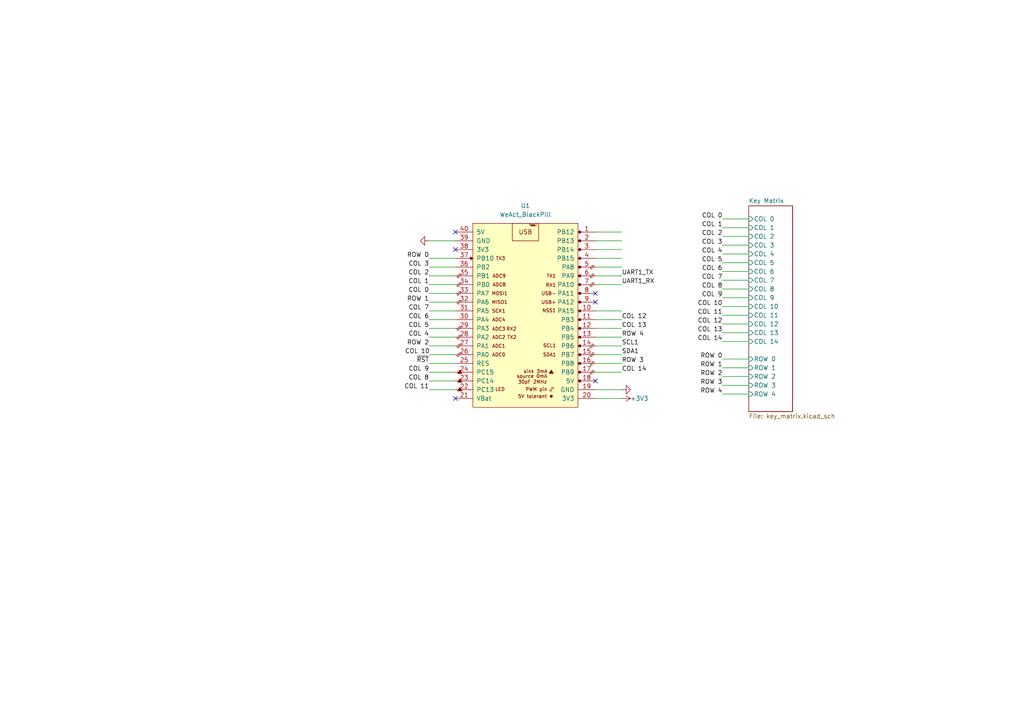
<source format=kicad_sch>
(kicad_sch (version 20211123) (generator eeschema)
  (paper "A4")
  (lib_symbols
    (symbol "power:+3V3" (power) (pin_names (offset 0))
      (property "Value" "+3V3" (at 0 3.556 0))
      (symbol "+3V3_0_1"
        (polyline (pts (xy -0.762 1.27) (xy 0 2.54)))
        (polyline (pts (xy 0 0) (xy 0 2.54)))
        (polyline (pts (xy 0 2.54) (xy 0.762 1.27)))
      )
      (symbol "+3V3_1_1"
        (pin power_in line (at 0 0 90) (length 0) hide (name "+3V3") (number "1"))
      )
    )
    (symbol "power:GND" (power) (pin_names (offset 0))
      (property "Value" "GND" (at 0 -3.81 0))
      (symbol "GND_0_1"
        (polyline (pts (xy 0 0) (xy 0 -1.27) (xy 1.27 -1.27) (xy 0 -2.54) (xy -1.27 -1.27) (xy 0 -1.27)))
      )
      (symbol "GND_1_1"
        (pin power_in line (at 0 0 270) (length 0) hide (name "GND") (number "1"))
      )
    )
    (symbol "scottcjx-keyboard_components:WeAct_BlackPill" (pin_names (offset 1.016))
      (property "Reference" "U" (at -12.7 27.94 0))
      (property "Value" "WeAct_BlackPill" (at 0 2.54 90))
      (symbol "WeAct_BlackPill_0_0"
        (circle (center -15.748 -20.32) (radius 0.3556) (fill (type outline)))
        (circle (center -15.748 -17.78) (radius 0.3556) (fill (type outline)))
        (circle (center -15.748 -15.24) (radius 0.3556) (fill (type outline)))
        (circle (center -15.748 -12.7) (radius 0.3556) (fill (type outline)))
        (circle (center -15.748 -10.16) (radius 0.3556) (fill (type outline)))
        (circle (center -15.748 -7.62) (radius 0.3556) (fill (type outline)))
        (circle (center -15.748 -5.08) (radius 0.3556) (fill (type outline)))
        (circle (center -15.748 -2.54) (radius 0.3556) (fill (type outline)))
        (circle (center -15.748 0) (radius 0.3556) (fill (type outline)))
        (circle (center -15.748 2.54) (radius 0.3556) (fill (type outline)))
        (circle (center -15.748 5.08) (radius 0.3556) (fill (type outline)))
        (circle (center -15.748 7.62) (radius 0.3556) (fill (type outline)))
        (circle (center -15.748 10.16) (radius 0.3556) (fill (type outline)))
        (circle (center -15.748 12.7) (radius 0.3556) (fill (type outline)))
        (circle (center -15.748 15.24) (radius 0.3556) (fill (type outline)))
        (circle (center -15.748 17.78) (radius 0.3556) (fill (type outline)))
        (circle (center -15.748 22.86) (radius 0.3556) (fill (type outline)))
        (circle (center -7.493 -24.765) (radius 0.127) (fill (type outline)))
        (circle (center -7.493 -24.765) (radius 0.254))
        (circle (center -7.493 -24.765) (radius 0.3556))
        (polyline (pts (xy -8.128 -18.161) (xy -7.493 -17.145) (xy -6.858 -18.161) (xy -8.128 -18.161) (xy -7.493 -17.272) (xy -6.985 -18.161) (xy -8.001 -18.034) (xy -7.493 -17.399) (xy -7.112 -18.161) (xy -7.874 -17.907) (xy -7.366 -17.526) (xy -7.239 -18.161) (xy -7.747 -17.78) (xy -7.239 -17.653) (xy -7.366 -18.034) (xy -7.62 -17.78) (xy -7.366 -17.907) (xy -7.493 -17.653)))
        (polyline (pts (xy 18.415 -23.241) (xy 19.05 -22.225) (xy 19.685 -23.241) (xy 18.415 -23.241) (xy 19.05 -22.352) (xy 19.558 -23.241) (xy 18.542 -23.114) (xy 19.05 -22.479) (xy 19.431 -23.241) (xy 18.669 -22.987) (xy 19.177 -22.606) (xy 19.304 -23.241) (xy 18.796 -22.86) (xy 19.304 -22.733) (xy 19.177 -23.114) (xy 18.923 -22.86) (xy 19.177 -22.987) (xy 19.05 -22.733)))
        (polyline (pts (xy 18.415 -20.701) (xy 19.05 -19.685) (xy 19.685 -20.701) (xy 18.415 -20.701) (xy 19.05 -19.812) (xy 19.558 -20.701) (xy 18.542 -20.574) (xy 19.05 -19.939) (xy 19.431 -20.701) (xy 18.669 -20.447) (xy 19.177 -20.066) (xy 19.304 -20.701) (xy 18.796 -20.32) (xy 19.304 -20.193) (xy 19.177 -20.574) (xy 18.923 -20.32) (xy 19.177 -20.447) (xy 19.05 -20.193)))
        (polyline (pts (xy 18.415 -18.161) (xy 19.05 -17.145) (xy 19.685 -18.161) (xy 18.415 -18.161) (xy 19.05 -17.272) (xy 19.558 -18.161) (xy 18.542 -18.034) (xy 19.05 -17.399) (xy 19.431 -18.161) (xy 18.669 -17.907) (xy 19.177 -17.526) (xy 19.304 -18.161) (xy 18.796 -17.78) (xy 19.304 -17.653) (xy 19.177 -18.034) (xy 18.923 -17.78) (xy 19.177 -17.907) (xy 19.05 -17.653)))
        (circle (center 15.748 15.24) (radius 0.254) (fill (type outline)))
        (circle (center 15.748 15.24) (radius 0.3556))
        (text "30pF 2MHz" (at -2.032 -20.574 0) (effects (font (size 0.9906 0.9906))))
        (text "5V tolerant" (at -2.032 -24.765 0) (effects (font (size 0.9906 0.9906))))
        (text "ADC0" (at 7.747 -12.7 0) (effects (font (size 0.9906 0.9906))))
        (text "ADC1" (at 7.747 -10.16 0) (effects (font (size 0.9906 0.9906))))
        (text "ADC2" (at 7.747 -7.62 0) (effects (font (size 0.9906 0.9906))))
        (text "ADC3" (at 7.747 -5.207 0) (effects (font (size 0.9906 0.9906))))
        (text "ADC4" (at 7.747 -2.54 0) (effects (font (size 0.9906 0.9906))))
        (text "ADC8" (at 7.62 7.62 0) (effects (font (size 0.9906 0.9906))))
        (text "ADC9" (at 7.62 10.16 0) (effects (font (size 0.9906 0.9906))))
        (text "LED" (at 7.366 -22.733 0) (effects (font (size 0.9906 0.9906))))
        (text "MISO1" (at 7.493 2.54 0) (effects (font (size 0.9906 0.9906))))
        (text "MOSI1" (at 7.493 5.08 0) (effects (font (size 0.9906 0.9906))))
        (text "NSS1" (at -6.858 0.127 0) (effects (font (size 0.9906 0.9906))))
        (text "PWM pin" (at -3.175 -22.733 0) (effects (font (size 0.9906 0.9906))))
        (text "RX1" (at -7.366 7.493 0) (effects (font (size 0.9906 0.9906))))
        (text "RX2" (at 4.064 -5.207 0) (effects (font (size 0.9906 0.9906))))
        (text "SCK1" (at 7.747 0 0) (effects (font (size 0.9906 0.9906))))
        (text "SCL1" (at -6.985 -10.033 0) (effects (font (size 0.9906 0.9906))))
        (text "SDA1" (at -6.985 -12.7 0) (effects (font (size 0.9906 0.9906))))
        (text "sink 3mA" (at -2.921 -17.526 0) (effects (font (size 0.9906 0.9906))))
        (text "source 0mA" (at -1.905 -18.923 0) (effects (font (size 0.9906 0.9906))))
        (text "TX1" (at -7.493 10.16 0) (effects (font (size 0.9906 0.9906))))
        (text "TX2" (at 3.937 -7.62 0) (effects (font (size 0.9906 0.9906))))
        (text "TX3" (at 7.239 15.24 0) (effects (font (size 0.9906 0.9906))))
        (text "USB" (at 0 22.86 0) (effects (font (size 1.27 1.27))))
        (text "USB+" (at -6.731 2.54 0) (effects (font (size 0.9906 0.9906))))
        (text "USB-" (at -6.731 5.08 0) (effects (font (size 0.9906 0.9906))))
        (text "Y@@J" (at -2.159 24.892 0) (effects (font (size 0.508 0.508))))
      )
      (symbol "WeAct_BlackPill_0_1"
        (rectangle (start -15.24 25.4) (end 15.24 -27.94) (fill (type background)))
        (polyline (pts (xy -18.796 -17.78) (xy -18.796 -18.288) (xy -19.304 -18.288) (xy -19.304 -17.272) (xy -19.812 -17.272) (xy -19.812 -17.78)))
        (polyline (pts (xy -18.796 -15.24) (xy -18.796 -15.748) (xy -19.304 -15.748) (xy -19.304 -14.732) (xy -19.812 -14.732) (xy -19.812 -15.24)))
        (polyline (pts (xy -18.796 -12.7) (xy -18.796 -13.208) (xy -19.304 -13.208) (xy -19.304 -12.192) (xy -19.812 -12.192) (xy -19.812 -12.7)))
        (polyline (pts (xy -18.796 -10.16) (xy -18.796 -10.668) (xy -19.304 -10.668) (xy -19.304 -9.652) (xy -19.812 -9.652) (xy -19.812 -10.16)))
        (polyline (pts (xy -18.796 7.62) (xy -18.796 7.112) (xy -19.304 7.112) (xy -19.304 8.128) (xy -19.812 8.128) (xy -19.812 7.62)))
        (polyline (pts (xy -18.796 10.16) (xy -18.796 9.652) (xy -19.304 9.652) (xy -19.304 10.668) (xy -19.812 10.668) (xy -19.812 10.16)))
        (polyline (pts (xy -18.796 12.7) (xy -18.796 12.192) (xy -19.304 12.192) (xy -19.304 13.208) (xy -19.812 13.208) (xy -19.812 12.7)))
        (polyline (pts (xy -7.112 -22.733) (xy -7.112 -23.241) (xy -7.62 -23.241) (xy -7.62 -22.225) (xy -8.128 -22.225) (xy -8.128 -22.733)))
        (polyline (pts (xy 19.812 -12.7) (xy 19.812 -13.208) (xy 19.304 -13.208) (xy 19.304 -12.192) (xy 18.796 -12.192) (xy 18.796 -12.7)))
        (polyline (pts (xy 19.812 -10.16) (xy 19.812 -10.668) (xy 19.304 -10.668) (xy 19.304 -9.652) (xy 18.796 -9.652) (xy 18.796 -10.16)))
        (polyline (pts (xy 19.812 -7.62) (xy 19.812 -8.128) (xy 19.304 -8.128) (xy 19.304 -7.112) (xy 18.796 -7.112) (xy 18.796 -7.62)))
        (polyline (pts (xy 19.812 -5.08) (xy 19.812 -5.588) (xy 19.304 -5.588) (xy 19.304 -4.572) (xy 18.796 -4.572) (xy 18.796 -5.08)))
        (polyline (pts (xy 19.812 2.54) (xy 19.812 2.032) (xy 19.304 2.032) (xy 19.304 3.048) (xy 18.796 3.048) (xy 18.796 2.54)))
        (polyline (pts (xy 19.812 5.08) (xy 19.812 4.572) (xy 19.304 4.572) (xy 19.304 5.588) (xy 18.796 5.588) (xy 18.796 5.08)))
        (polyline (pts (xy 19.812 7.62) (xy 19.812 7.112) (xy 19.304 7.112) (xy 19.304 8.128) (xy 18.796 8.128) (xy 18.796 7.62)))
        (polyline (pts (xy 19.812 10.16) (xy 19.812 9.652) (xy 19.304 9.652) (xy 19.304 10.668) (xy 18.796 10.668) (xy 18.796 10.16)))
        (rectangle (start 3.81 25.4) (end -3.81 20.32))
      )
      (symbol "WeAct_BlackPill_1_1"
        (circle (center -15.748 20.32) (radius 0.3556) (fill (type outline)))
        (pin bidirectional line (at -20.32 22.86 0) (length 5.08) (name "PB12") (number "1"))
        (pin bidirectional line (at -20.32 0 0) (length 5.08) (name "PA15") (number "10"))
        (pin bidirectional line (at -20.32 -2.54 0) (length 5.08) (name "PB3") (number "11"))
        (pin bidirectional line (at -20.32 -5.08 0) (length 5.08) (name "PB4") (number "12"))
        (pin bidirectional line (at -20.32 -7.62 0) (length 5.08) (name "PB5") (number "13"))
        (pin bidirectional line (at -20.32 -10.16 0) (length 5.08) (name "PB6") (number "14"))
        (pin bidirectional line (at -20.32 -12.7 0) (length 5.08) (name "PB7") (number "15"))
        (pin bidirectional line (at -20.32 -15.24 0) (length 5.08) (name "PB8") (number "16"))
        (pin bidirectional line (at -20.32 -17.78 0) (length 5.08) (name "PB9") (number "17"))
        (pin power_in line (at -20.32 -20.32 0) (length 5.08) (name "5V") (number "18"))
        (pin power_in line (at -20.32 -22.86 0) (length 5.08) (name "GND") (number "19"))
        (pin bidirectional line (at -20.32 20.32 0) (length 5.08) (name "PB13") (number "2"))
        (pin power_in line (at -20.32 -25.4 0) (length 5.08) (name "3V3") (number "20"))
        (pin power_in line (at 20.32 -25.4 180) (length 5.08) (name "VBat") (number "21"))
        (pin bidirectional line (at 20.32 -22.86 180) (length 5.08) (name "PC13") (number "22"))
        (pin bidirectional line (at 20.32 -20.32 180) (length 5.08) (name "PC14") (number "23"))
        (pin bidirectional line (at 20.32 -17.78 180) (length 5.08) (name "PC15") (number "24"))
        (pin input line (at 20.32 -15.24 180) (length 5.08) (name "RES") (number "25"))
        (pin bidirectional line (at 20.32 -12.7 180) (length 5.08) (name "PA0") (number "26"))
        (pin bidirectional line (at 20.32 -10.16 180) (length 5.08) (name "PA1") (number "27"))
        (pin bidirectional line (at 20.32 -7.62 180) (length 5.08) (name "PA2") (number "28"))
        (pin bidirectional line (at 20.32 -5.08 180) (length 5.08) (name "PA3") (number "29"))
        (pin bidirectional line (at -20.32 17.78 0) (length 5.08) (name "PB14") (number "3"))
        (pin bidirectional line (at 20.32 -2.54 180) (length 5.08) (name "PA4") (number "30"))
        (pin bidirectional line (at 20.32 0 180) (length 5.08) (name "PA5") (number "31"))
        (pin bidirectional line (at 20.32 2.54 180) (length 5.08) (name "PA6") (number "32"))
        (pin bidirectional line (at 20.32 5.08 180) (length 5.08) (name "PA7") (number "33"))
        (pin bidirectional line (at 20.32 7.62 180) (length 5.08) (name "PB0") (number "34"))
        (pin bidirectional line (at 20.32 10.16 180) (length 5.08) (name "PB1") (number "35"))
        (pin bidirectional line (at 20.32 12.7 180) (length 5.08) (name "PB2") (number "36"))
        (pin bidirectional line (at 20.32 15.24 180) (length 5.08) (name "PB10") (number "37"))
        (pin power_in line (at 20.32 17.78 180) (length 5.08) (name "3V3") (number "38"))
        (pin power_in line (at 20.32 20.32 180) (length 5.08) (name "GND") (number "39"))
        (pin bidirectional line (at -20.32 15.24 0) (length 5.08) (name "PB15") (number "4"))
        (pin power_in line (at 20.32 22.86 180) (length 5.08) (name "5V") (number "40"))
        (pin bidirectional line (at -20.32 12.7 0) (length 5.08) (name "PA8") (number "5"))
        (pin bidirectional line (at -20.32 10.16 0) (length 5.08) (name "PA9") (number "6"))
        (pin bidirectional line (at -20.32 7.62 0) (length 5.08) (name "PA10") (number "7"))
        (pin bidirectional line (at -20.32 5.08 0) (length 5.08) (name "PA11") (number "8"))
        (pin bidirectional line (at -20.32 2.54 0) (length 5.08) (name "PA12") (number "9"))
      )
    )
  )
  (no_connect (at 172.72 85.09))
  (no_connect (at 132.08 67.31))
  (no_connect (at 132.08 72.39))
  (no_connect (at 132.08 115.57))
  (no_connect (at 172.72 87.63))
  (no_connect (at 172.72 110.49))
  (wire (pts (xy 217.17 73.66) (xy 209.55 73.66)))
  (wire (pts (xy 172.72 90.17) (xy 180.34 90.17)))
  (wire (pts (xy 132.08 82.55) (xy 124.46 82.55)))
  (wire (pts (xy 217.17 78.74) (xy 209.55 78.74)))
  (wire (pts (xy 217.17 63.5) (xy 209.55 63.5)))
  (wire (pts (xy 172.72 95.25) (xy 180.34 95.25)))
  (wire (pts (xy 132.08 102.87) (xy 124.46 102.87)))
  (wire (pts (xy 217.17 68.58) (xy 209.55 68.58)))
  (wire (pts (xy 217.17 76.2) (xy 209.55 76.2)))
  (wire (pts (xy 172.72 77.47) (xy 180.34 77.47)))
  (wire (pts (xy 172.72 107.95) (xy 180.34 107.95)))
  (wire (pts (xy 217.17 104.14) (xy 209.55 104.14)))
  (wire (pts (xy 172.72 67.31) (xy 180.34 67.31)))
  (wire (pts (xy 217.17 88.9) (xy 209.55 88.9)))
  (wire (pts (xy 172.72 102.87) (xy 180.34 102.87)))
  (wire (pts (xy 172.72 74.93) (xy 180.34 74.93)))
  (wire (pts (xy 172.72 72.39) (xy 180.34 72.39)))
  (wire (pts (xy 132.08 87.63) (xy 124.46 87.63)))
  (wire (pts (xy 217.17 111.76) (xy 209.55 111.76)))
  (wire (pts (xy 172.72 115.57) (xy 180.34 115.57)))
  (wire (pts (xy 132.08 95.25) (xy 124.46 95.25)))
  (wire (pts (xy 172.72 80.01) (xy 180.34 80.01)))
  (wire (pts (xy 132.08 110.49) (xy 124.46 110.49)))
  (wire (pts (xy 217.17 71.12) (xy 209.55 71.12)))
  (wire (pts (xy 217.17 83.82) (xy 209.55 83.82)))
  (wire (pts (xy 217.17 106.68) (xy 209.55 106.68)))
  (wire (pts (xy 172.72 82.55) (xy 180.34 82.55)))
  (wire (pts (xy 132.08 90.17) (xy 124.46 90.17)))
  (wire (pts (xy 217.17 114.3) (xy 209.55 114.3)))
  (wire (pts (xy 217.17 99.06) (xy 209.55 99.06)))
  (wire (pts (xy 172.72 100.33) (xy 180.34 100.33)))
  (wire (pts (xy 132.08 85.09) (xy 124.46 85.09)))
  (wire (pts (xy 132.08 92.71) (xy 124.46 92.71)))
  (wire (pts (xy 132.08 107.95) (xy 124.46 107.95)))
  (wire (pts (xy 132.08 97.79) (xy 124.46 97.79)))
  (wire (pts (xy 180.34 113.03) (xy 172.72 113.03)))
  (wire (pts (xy 124.46 69.85) (xy 132.08 69.85)))
  (wire (pts (xy 172.72 97.79) (xy 180.34 97.79)))
  (wire (pts (xy 132.08 105.41) (xy 124.46 105.41)))
  (wire (pts (xy 217.17 66.04) (xy 209.55 66.04)))
  (wire (pts (xy 217.17 86.36) (xy 209.55 86.36)))
  (wire (pts (xy 172.72 92.71) (xy 180.34 92.71)))
  (wire (pts (xy 132.08 77.47) (xy 124.46 77.47)))
  (wire (pts (xy 217.17 81.28) (xy 209.55 81.28)))
  (wire (pts (xy 217.17 91.44) (xy 209.55 91.44)))
  (wire (pts (xy 132.08 113.03) (xy 124.46 113.03)))
  (wire (pts (xy 172.72 69.85) (xy 180.34 69.85)))
  (wire (pts (xy 217.17 109.22) (xy 209.55 109.22)))
  (wire (pts (xy 217.17 93.98) (xy 209.55 93.98)))
  (wire (pts (xy 132.08 74.93) (xy 124.46 74.93)))
  (wire (pts (xy 132.08 80.01) (xy 124.46 80.01)))
  (wire (pts (xy 217.17 96.52) (xy 209.55 96.52)))
  (wire (pts (xy 172.72 105.41) (xy 180.34 105.41)))
  (wire (pts (xy 132.08 100.33) (xy 124.46 100.33)))
  (label "ROW 2" (at 124.46 100.33 180))
  (label "ROW 3" (at 209.55 111.76 180))
  (label "ROW 0" (at 209.55 104.14 180))
  (label "COL 0" (at 209.55 63.5 180))
  (label "ROW 4" (at 209.55 114.3 180))
  (label "~{RST}" (at 124.46 105.41 180))
  (label "COL 13" (at 180.34 95.25 0))
  (label "COL 3" (at 209.55 71.12 180))
  (label "COL 5" (at 124.46 95.25 180))
  (label "COL 11" (at 124.46 113.03 180))
  (label "COL 10" (at 124.6627 102.87 180))
  (label "COL 8" (at 124.46 110.49 180))
  (label "COL 1" (at 209.55 66.04 180))
  (label "COL 14" (at 180.34 107.95 0))
  (label "COL 9" (at 124.46 107.95 180))
  (label "COL 6" (at 124.46 92.71 180))
  (label "ROW 1" (at 209.55 106.68 180))
  (label "ROW 0" (at 124.46 74.93 180))
  (label "COL 13" (at 209.55 96.52 180))
  (label "ROW 1" (at 124.46 87.63 180))
  (label "UART1_TX" (at 180.34 80.01 0))
  (label "COL 4" (at 209.55 73.66 180))
  (label "COL 6" (at 209.55 78.74 180))
  (label "COL 3" (at 124.46 77.47 180))
  (label "COL 7" (at 124.46 90.17 180))
  (label "COL 10" (at 209.55 88.9 180))
  (label "SCL1" (at 180.34 100.33 0))
  (label "ROW 3" (at 180.34 105.41 0))
  (label "SDA1" (at 180.34 102.87 0))
  (label "ROW 2" (at 209.55 109.22 180))
  (label "COL 8" (at 209.55 83.82 180))
  (label "COL 1" (at 124.46 82.55 180))
  (label "COL 12" (at 180.34 92.71 0))
  (label "COL 2" (at 209.55 68.58 180))
  (label "ROW 4" (at 180.34 97.79 0))
  (label "COL 7" (at 209.55 81.28 180))
  (label "COL 14" (at 209.55 99.06 180))
  (label "COL 2" (at 124.46 80.01 180))
  (label "COL 11" (at 209.55 91.44 180))
  (label "COL 9" (at 209.55 86.36 180))
  (label "COL 4" (at 124.46 97.79 180))
  (label "COL 12" (at 209.55 93.98 180))
  (label "COL 0" (at 124.46 85.09 180))
  (label "COL 5" (at 209.55 76.2 180))
  (label "UART1_RX" (at 180.34 82.55 0))
  (symbol (lib_id "scottcjx-keyboard_components:WeAct_BlackPill") (at 152.4 90.17 0) (mirror y) (unit 1)
    (property "Reference" "U1" (at 152.4 59.69 0))
    (property "Value" "WeAct_BlackPill" (at 152.4 62.23 0))
    (property "Footprint" "scottcjx-keyboard_components:WeAct_BlackPill_2" (effects hide))
  )
  (symbol (lib_id "power:GND") (at 124.46 69.85 270) (unit 1)
    (property "Reference" "#PWR01" (effects hide))
    (property "Value" "GND" (effects hide))
  )
  (symbol (lib_id "power:GND") (at 180.34 113.03 90) (mirror x) (unit 1)
    (property "Reference" "#PWR02" (effects hide))
    (property "Value" "GND" (effects hide))
  )
  (symbol (lib_id "power:+3V3") (at 180.34 115.57 270) (unit 1)
    (property "Reference" "#PWR03" (effects hide))
    (property "Value" "+3V3" (at 185.42 115.57 90))
  )
  (sheet (at 217.17 59.69) (size 12.7 59.69) (stroke (width 0.1524))
    (property "Sheet name" "Key Matrix" (at 217.17 58.9784 0) (effects (justify left bottom)))
    (property "Sheet file" "key_matrix.kicad_sch" (at 217.17 119.9646 0) (effects (justify left top)))
    (pin "ROW 4" input (at 217.17 114.3 180))
    (pin "COL 9" input (at 217.17 86.36 180))
    (pin "COL 10" input (at 217.17 88.9 180))
    (pin "COL 8" input (at 217.17 83.82 180))
    (pin "COL 7" input (at 217.17 81.28 180))
    (pin "ROW 2" input (at 217.17 109.22 180))
    (pin "ROW 3" input (at 217.17 111.76 180))
    (pin "ROW 0" input (at 217.17 104.14 180))
    (pin "ROW 1" input (at 217.17 106.68 180))
    (pin "COL 11" input (at 217.17 91.44 180))
    (pin "COL 0" input (at 217.17 63.5 180))
    (pin "COL 5" input (at 217.17 76.2 180))
    (pin "COL 6" input (at 217.17 78.74 180))
    (pin "COL 4" input (at 217.17 73.66 180))
    (pin "COL 3" input (at 217.17 71.12 180))
    (pin "COL 1" input (at 217.17 66.04 180))
    (pin "COL 2" input (at 217.17 68.58 180))
    (pin "COL 12" input (at 217.17 93.98 180))
    (pin "COL 13" input (at 217.17 96.52 180))
    (pin "COL 14" input (at 217.17 99.06 180))
  )
)
</source>
